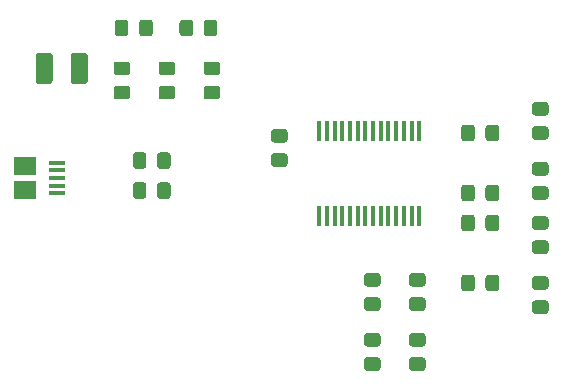
<source format=gbr>
G04 #@! TF.GenerationSoftware,KiCad,Pcbnew,(5.1.6)-1*
G04 #@! TF.CreationDate,2020-08-10T17:12:12+03:00*
G04 #@! TF.ProjectId,g850_kiss,67383530-5f6b-4697-9373-2e6b69636164,rev?*
G04 #@! TF.SameCoordinates,Original*
G04 #@! TF.FileFunction,Paste,Top*
G04 #@! TF.FilePolarity,Positive*
%FSLAX46Y46*%
G04 Gerber Fmt 4.6, Leading zero omitted, Abs format (unit mm)*
G04 Created by KiCad (PCBNEW (5.1.6)-1) date 2020-08-10 17:12:12*
%MOMM*%
%LPD*%
G01*
G04 APERTURE LIST*
%ADD10R,0.450000X1.750000*%
%ADD11R,1.900000X1.500000*%
%ADD12R,1.350000X0.400000*%
G04 APERTURE END LIST*
D10*
X140750000Y-80689000D03*
X140100000Y-80689000D03*
X139450000Y-80689000D03*
X138800000Y-80689000D03*
X138150000Y-80689000D03*
X137500000Y-80689000D03*
X136850000Y-80689000D03*
X136200000Y-80689000D03*
X135550000Y-80689000D03*
X134900000Y-80689000D03*
X134250000Y-80689000D03*
X133600000Y-80689000D03*
X132950000Y-80689000D03*
X132300000Y-80689000D03*
X132300000Y-73489000D03*
X132950000Y-73489000D03*
X133600000Y-73489000D03*
X134250000Y-73489000D03*
X134900000Y-73489000D03*
X135550000Y-73489000D03*
X136200000Y-73489000D03*
X136850000Y-73489000D03*
X137500000Y-73489000D03*
X138150000Y-73489000D03*
X138800000Y-73489000D03*
X139450000Y-73489000D03*
X140100000Y-73489000D03*
X140750000Y-73489000D03*
G36*
G01*
X151453001Y-72185000D02*
X150552999Y-72185000D01*
G75*
G02*
X150303000Y-71935001I0J249999D01*
G01*
X150303000Y-71284999D01*
G75*
G02*
X150552999Y-71035000I249999J0D01*
G01*
X151453001Y-71035000D01*
G75*
G02*
X151703000Y-71284999I0J-249999D01*
G01*
X151703000Y-71935001D01*
G75*
G02*
X151453001Y-72185000I-249999J0D01*
G01*
G37*
G36*
G01*
X151453001Y-74235000D02*
X150552999Y-74235000D01*
G75*
G02*
X150303000Y-73985001I0J249999D01*
G01*
X150303000Y-73334999D01*
G75*
G02*
X150552999Y-73085000I249999J0D01*
G01*
X151453001Y-73085000D01*
G75*
G02*
X151703000Y-73334999I0J-249999D01*
G01*
X151703000Y-73985001D01*
G75*
G02*
X151453001Y-74235000I-249999J0D01*
G01*
G37*
G36*
G01*
X150552999Y-87835000D02*
X151453001Y-87835000D01*
G75*
G02*
X151703000Y-88084999I0J-249999D01*
G01*
X151703000Y-88735001D01*
G75*
G02*
X151453001Y-88985000I-249999J0D01*
G01*
X150552999Y-88985000D01*
G75*
G02*
X150303000Y-88735001I0J249999D01*
G01*
X150303000Y-88084999D01*
G75*
G02*
X150552999Y-87835000I249999J0D01*
G01*
G37*
G36*
G01*
X150552999Y-85785000D02*
X151453001Y-85785000D01*
G75*
G02*
X151703000Y-86034999I0J-249999D01*
G01*
X151703000Y-86685001D01*
G75*
G02*
X151453001Y-86935000I-249999J0D01*
G01*
X150552999Y-86935000D01*
G75*
G02*
X150303000Y-86685001I0J249999D01*
G01*
X150303000Y-86034999D01*
G75*
G02*
X150552999Y-85785000I249999J0D01*
G01*
G37*
G36*
G01*
X150552999Y-82755000D02*
X151453001Y-82755000D01*
G75*
G02*
X151703000Y-83004999I0J-249999D01*
G01*
X151703000Y-83655001D01*
G75*
G02*
X151453001Y-83905000I-249999J0D01*
G01*
X150552999Y-83905000D01*
G75*
G02*
X150303000Y-83655001I0J249999D01*
G01*
X150303000Y-83004999D01*
G75*
G02*
X150552999Y-82755000I249999J0D01*
G01*
G37*
G36*
G01*
X150552999Y-80705000D02*
X151453001Y-80705000D01*
G75*
G02*
X151703000Y-80954999I0J-249999D01*
G01*
X151703000Y-81605001D01*
G75*
G02*
X151453001Y-81855000I-249999J0D01*
G01*
X150552999Y-81855000D01*
G75*
G02*
X150303000Y-81605001I0J249999D01*
G01*
X150303000Y-80954999D01*
G75*
G02*
X150552999Y-80705000I249999J0D01*
G01*
G37*
G36*
G01*
X151453001Y-77265000D02*
X150552999Y-77265000D01*
G75*
G02*
X150303000Y-77015001I0J249999D01*
G01*
X150303000Y-76364999D01*
G75*
G02*
X150552999Y-76115000I249999J0D01*
G01*
X151453001Y-76115000D01*
G75*
G02*
X151703000Y-76364999I0J-249999D01*
G01*
X151703000Y-77015001D01*
G75*
G02*
X151453001Y-77265000I-249999J0D01*
G01*
G37*
G36*
G01*
X151453001Y-79315000D02*
X150552999Y-79315000D01*
G75*
G02*
X150303000Y-79065001I0J249999D01*
G01*
X150303000Y-78414999D01*
G75*
G02*
X150552999Y-78165000I249999J0D01*
G01*
X151453001Y-78165000D01*
G75*
G02*
X151703000Y-78414999I0J-249999D01*
G01*
X151703000Y-79065001D01*
G75*
G02*
X151453001Y-79315000I-249999J0D01*
G01*
G37*
G36*
G01*
X145464000Y-73209999D02*
X145464000Y-74110001D01*
G75*
G02*
X145214001Y-74360000I-249999J0D01*
G01*
X144563999Y-74360000D01*
G75*
G02*
X144314000Y-74110001I0J249999D01*
G01*
X144314000Y-73209999D01*
G75*
G02*
X144563999Y-72960000I249999J0D01*
G01*
X145214001Y-72960000D01*
G75*
G02*
X145464000Y-73209999I0J-249999D01*
G01*
G37*
G36*
G01*
X147514000Y-73209999D02*
X147514000Y-74110001D01*
G75*
G02*
X147264001Y-74360000I-249999J0D01*
G01*
X146613999Y-74360000D01*
G75*
G02*
X146364000Y-74110001I0J249999D01*
G01*
X146364000Y-73209999D01*
G75*
G02*
X146613999Y-72960000I249999J0D01*
G01*
X147264001Y-72960000D01*
G75*
G02*
X147514000Y-73209999I0J-249999D01*
G01*
G37*
G36*
G01*
X145464000Y-85909999D02*
X145464000Y-86810001D01*
G75*
G02*
X145214001Y-87060000I-249999J0D01*
G01*
X144563999Y-87060000D01*
G75*
G02*
X144314000Y-86810001I0J249999D01*
G01*
X144314000Y-85909999D01*
G75*
G02*
X144563999Y-85660000I249999J0D01*
G01*
X145214001Y-85660000D01*
G75*
G02*
X145464000Y-85909999I0J-249999D01*
G01*
G37*
G36*
G01*
X147514000Y-85909999D02*
X147514000Y-86810001D01*
G75*
G02*
X147264001Y-87060000I-249999J0D01*
G01*
X146613999Y-87060000D01*
G75*
G02*
X146364000Y-86810001I0J249999D01*
G01*
X146364000Y-85909999D01*
G75*
G02*
X146613999Y-85660000I249999J0D01*
G01*
X147264001Y-85660000D01*
G75*
G02*
X147514000Y-85909999I0J-249999D01*
G01*
G37*
G36*
G01*
X145464000Y-80829999D02*
X145464000Y-81730001D01*
G75*
G02*
X145214001Y-81980000I-249999J0D01*
G01*
X144563999Y-81980000D01*
G75*
G02*
X144314000Y-81730001I0J249999D01*
G01*
X144314000Y-80829999D01*
G75*
G02*
X144563999Y-80580000I249999J0D01*
G01*
X145214001Y-80580000D01*
G75*
G02*
X145464000Y-80829999I0J-249999D01*
G01*
G37*
G36*
G01*
X147514000Y-80829999D02*
X147514000Y-81730001D01*
G75*
G02*
X147264001Y-81980000I-249999J0D01*
G01*
X146613999Y-81980000D01*
G75*
G02*
X146364000Y-81730001I0J249999D01*
G01*
X146364000Y-80829999D01*
G75*
G02*
X146613999Y-80580000I249999J0D01*
G01*
X147264001Y-80580000D01*
G75*
G02*
X147514000Y-80829999I0J-249999D01*
G01*
G37*
G36*
G01*
X145464000Y-78289999D02*
X145464000Y-79190001D01*
G75*
G02*
X145214001Y-79440000I-249999J0D01*
G01*
X144563999Y-79440000D01*
G75*
G02*
X144314000Y-79190001I0J249999D01*
G01*
X144314000Y-78289999D01*
G75*
G02*
X144563999Y-78040000I249999J0D01*
G01*
X145214001Y-78040000D01*
G75*
G02*
X145464000Y-78289999I0J-249999D01*
G01*
G37*
G36*
G01*
X147514000Y-78289999D02*
X147514000Y-79190001D01*
G75*
G02*
X147264001Y-79440000I-249999J0D01*
G01*
X146613999Y-79440000D01*
G75*
G02*
X146364000Y-79190001I0J249999D01*
G01*
X146364000Y-78289999D01*
G75*
G02*
X146613999Y-78040000I249999J0D01*
G01*
X147264001Y-78040000D01*
G75*
G02*
X147514000Y-78289999I0J-249999D01*
G01*
G37*
G36*
G01*
X137229001Y-86672000D02*
X136328999Y-86672000D01*
G75*
G02*
X136079000Y-86422001I0J249999D01*
G01*
X136079000Y-85771999D01*
G75*
G02*
X136328999Y-85522000I249999J0D01*
G01*
X137229001Y-85522000D01*
G75*
G02*
X137479000Y-85771999I0J-249999D01*
G01*
X137479000Y-86422001D01*
G75*
G02*
X137229001Y-86672000I-249999J0D01*
G01*
G37*
G36*
G01*
X137229001Y-88722000D02*
X136328999Y-88722000D01*
G75*
G02*
X136079000Y-88472001I0J249999D01*
G01*
X136079000Y-87821999D01*
G75*
G02*
X136328999Y-87572000I249999J0D01*
G01*
X137229001Y-87572000D01*
G75*
G02*
X137479000Y-87821999I0J-249999D01*
G01*
X137479000Y-88472001D01*
G75*
G02*
X137229001Y-88722000I-249999J0D01*
G01*
G37*
G36*
G01*
X141039001Y-86672000D02*
X140138999Y-86672000D01*
G75*
G02*
X139889000Y-86422001I0J249999D01*
G01*
X139889000Y-85771999D01*
G75*
G02*
X140138999Y-85522000I249999J0D01*
G01*
X141039001Y-85522000D01*
G75*
G02*
X141289000Y-85771999I0J-249999D01*
G01*
X141289000Y-86422001D01*
G75*
G02*
X141039001Y-86672000I-249999J0D01*
G01*
G37*
G36*
G01*
X141039001Y-88722000D02*
X140138999Y-88722000D01*
G75*
G02*
X139889000Y-88472001I0J249999D01*
G01*
X139889000Y-87821999D01*
G75*
G02*
X140138999Y-87572000I249999J0D01*
G01*
X141039001Y-87572000D01*
G75*
G02*
X141289000Y-87821999I0J-249999D01*
G01*
X141289000Y-88472001D01*
G75*
G02*
X141039001Y-88722000I-249999J0D01*
G01*
G37*
G36*
G01*
X122506000Y-65220001D02*
X122506000Y-64319999D01*
G75*
G02*
X122755999Y-64070000I249999J0D01*
G01*
X123406001Y-64070000D01*
G75*
G02*
X123656000Y-64319999I0J-249999D01*
G01*
X123656000Y-65220001D01*
G75*
G02*
X123406001Y-65470000I-249999J0D01*
G01*
X122755999Y-65470000D01*
G75*
G02*
X122506000Y-65220001I0J249999D01*
G01*
G37*
G36*
G01*
X120456000Y-65220001D02*
X120456000Y-64319999D01*
G75*
G02*
X120705999Y-64070000I249999J0D01*
G01*
X121356001Y-64070000D01*
G75*
G02*
X121606000Y-64319999I0J-249999D01*
G01*
X121606000Y-65220001D01*
G75*
G02*
X121356001Y-65470000I-249999J0D01*
G01*
X120705999Y-65470000D01*
G75*
G02*
X120456000Y-65220001I0J249999D01*
G01*
G37*
G36*
G01*
X117660000Y-75549339D02*
X117660000Y-76449341D01*
G75*
G02*
X117410001Y-76699340I-249999J0D01*
G01*
X116759999Y-76699340D01*
G75*
G02*
X116510000Y-76449341I0J249999D01*
G01*
X116510000Y-75549339D01*
G75*
G02*
X116759999Y-75299340I249999J0D01*
G01*
X117410001Y-75299340D01*
G75*
G02*
X117660000Y-75549339I0J-249999D01*
G01*
G37*
G36*
G01*
X119710000Y-75549339D02*
X119710000Y-76449341D01*
G75*
G02*
X119460001Y-76699340I-249999J0D01*
G01*
X118809999Y-76699340D01*
G75*
G02*
X118560000Y-76449341I0J249999D01*
G01*
X118560000Y-75549339D01*
G75*
G02*
X118809999Y-75299340I249999J0D01*
G01*
X119460001Y-75299340D01*
G75*
G02*
X119710000Y-75549339I0J-249999D01*
G01*
G37*
G36*
G01*
X117660000Y-78089339D02*
X117660000Y-78989341D01*
G75*
G02*
X117410001Y-79239340I-249999J0D01*
G01*
X116759999Y-79239340D01*
G75*
G02*
X116510000Y-78989341I0J249999D01*
G01*
X116510000Y-78089339D01*
G75*
G02*
X116759999Y-77839340I249999J0D01*
G01*
X117410001Y-77839340D01*
G75*
G02*
X117660000Y-78089339I0J-249999D01*
G01*
G37*
G36*
G01*
X119710000Y-78089339D02*
X119710000Y-78989341D01*
G75*
G02*
X119460001Y-79239340I-249999J0D01*
G01*
X118809999Y-79239340D01*
G75*
G02*
X118560000Y-78989341I0J249999D01*
G01*
X118560000Y-78089339D01*
G75*
G02*
X118809999Y-77839340I249999J0D01*
G01*
X119460001Y-77839340D01*
G75*
G02*
X119710000Y-78089339I0J-249999D01*
G01*
G37*
D11*
X107347500Y-78470000D03*
D12*
X110047500Y-76820000D03*
X110047500Y-76170000D03*
X110047500Y-78770000D03*
X110047500Y-78120000D03*
X110047500Y-77470000D03*
D11*
X107347500Y-76470000D03*
G36*
G01*
X109715000Y-67124000D02*
X109715000Y-69274000D01*
G75*
G02*
X109465000Y-69524000I-250000J0D01*
G01*
X108540000Y-69524000D01*
G75*
G02*
X108290000Y-69274000I0J250000D01*
G01*
X108290000Y-67124000D01*
G75*
G02*
X108540000Y-66874000I250000J0D01*
G01*
X109465000Y-66874000D01*
G75*
G02*
X109715000Y-67124000I0J-250000D01*
G01*
G37*
G36*
G01*
X112690000Y-67124000D02*
X112690000Y-69274000D01*
G75*
G02*
X112440000Y-69524000I-250000J0D01*
G01*
X111515000Y-69524000D01*
G75*
G02*
X111265000Y-69274000I0J250000D01*
G01*
X111265000Y-67124000D01*
G75*
G02*
X111515000Y-66874000I250000J0D01*
G01*
X112440000Y-66874000D01*
G75*
G02*
X112690000Y-67124000I0J-250000D01*
G01*
G37*
G36*
G01*
X136328999Y-92652000D02*
X137229001Y-92652000D01*
G75*
G02*
X137479000Y-92901999I0J-249999D01*
G01*
X137479000Y-93552001D01*
G75*
G02*
X137229001Y-93802000I-249999J0D01*
G01*
X136328999Y-93802000D01*
G75*
G02*
X136079000Y-93552001I0J249999D01*
G01*
X136079000Y-92901999D01*
G75*
G02*
X136328999Y-92652000I249999J0D01*
G01*
G37*
G36*
G01*
X136328999Y-90602000D02*
X137229001Y-90602000D01*
G75*
G02*
X137479000Y-90851999I0J-249999D01*
G01*
X137479000Y-91502001D01*
G75*
G02*
X137229001Y-91752000I-249999J0D01*
G01*
X136328999Y-91752000D01*
G75*
G02*
X136079000Y-91502001I0J249999D01*
G01*
X136079000Y-90851999D01*
G75*
G02*
X136328999Y-90602000I249999J0D01*
G01*
G37*
G36*
G01*
X140138999Y-92652000D02*
X141039001Y-92652000D01*
G75*
G02*
X141289000Y-92901999I0J-249999D01*
G01*
X141289000Y-93552001D01*
G75*
G02*
X141039001Y-93802000I-249999J0D01*
G01*
X140138999Y-93802000D01*
G75*
G02*
X139889000Y-93552001I0J249999D01*
G01*
X139889000Y-92901999D01*
G75*
G02*
X140138999Y-92652000I249999J0D01*
G01*
G37*
G36*
G01*
X140138999Y-90602000D02*
X141039001Y-90602000D01*
G75*
G02*
X141289000Y-90851999I0J-249999D01*
G01*
X141289000Y-91502001D01*
G75*
G02*
X141039001Y-91752000I-249999J0D01*
G01*
X140138999Y-91752000D01*
G75*
G02*
X139889000Y-91502001I0J249999D01*
G01*
X139889000Y-90851999D01*
G75*
G02*
X140138999Y-90602000I249999J0D01*
G01*
G37*
G36*
G01*
X116136000Y-64319999D02*
X116136000Y-65220001D01*
G75*
G02*
X115886001Y-65470000I-249999J0D01*
G01*
X115235999Y-65470000D01*
G75*
G02*
X114986000Y-65220001I0J249999D01*
G01*
X114986000Y-64319999D01*
G75*
G02*
X115235999Y-64070000I249999J0D01*
G01*
X115886001Y-64070000D01*
G75*
G02*
X116136000Y-64319999I0J-249999D01*
G01*
G37*
G36*
G01*
X118186000Y-64319999D02*
X118186000Y-65220001D01*
G75*
G02*
X117936001Y-65470000I-249999J0D01*
G01*
X117285999Y-65470000D01*
G75*
G02*
X117036000Y-65220001I0J249999D01*
G01*
X117036000Y-64319999D01*
G75*
G02*
X117285999Y-64070000I249999J0D01*
G01*
X117936001Y-64070000D01*
G75*
G02*
X118186000Y-64319999I0J-249999D01*
G01*
G37*
G36*
G01*
X122739999Y-69665000D02*
X123640001Y-69665000D01*
G75*
G02*
X123890000Y-69914999I0J-249999D01*
G01*
X123890000Y-70565001D01*
G75*
G02*
X123640001Y-70815000I-249999J0D01*
G01*
X122739999Y-70815000D01*
G75*
G02*
X122490000Y-70565001I0J249999D01*
G01*
X122490000Y-69914999D01*
G75*
G02*
X122739999Y-69665000I249999J0D01*
G01*
G37*
G36*
G01*
X122739999Y-67615000D02*
X123640001Y-67615000D01*
G75*
G02*
X123890000Y-67864999I0J-249999D01*
G01*
X123890000Y-68515001D01*
G75*
G02*
X123640001Y-68765000I-249999J0D01*
G01*
X122739999Y-68765000D01*
G75*
G02*
X122490000Y-68515001I0J249999D01*
G01*
X122490000Y-67864999D01*
G75*
G02*
X122739999Y-67615000I249999J0D01*
G01*
G37*
G36*
G01*
X118929999Y-69665000D02*
X119830001Y-69665000D01*
G75*
G02*
X120080000Y-69914999I0J-249999D01*
G01*
X120080000Y-70565001D01*
G75*
G02*
X119830001Y-70815000I-249999J0D01*
G01*
X118929999Y-70815000D01*
G75*
G02*
X118680000Y-70565001I0J249999D01*
G01*
X118680000Y-69914999D01*
G75*
G02*
X118929999Y-69665000I249999J0D01*
G01*
G37*
G36*
G01*
X118929999Y-67615000D02*
X119830001Y-67615000D01*
G75*
G02*
X120080000Y-67864999I0J-249999D01*
G01*
X120080000Y-68515001D01*
G75*
G02*
X119830001Y-68765000I-249999J0D01*
G01*
X118929999Y-68765000D01*
G75*
G02*
X118680000Y-68515001I0J249999D01*
G01*
X118680000Y-67864999D01*
G75*
G02*
X118929999Y-67615000I249999J0D01*
G01*
G37*
G36*
G01*
X129355001Y-74480000D02*
X128454999Y-74480000D01*
G75*
G02*
X128205000Y-74230001I0J249999D01*
G01*
X128205000Y-73579999D01*
G75*
G02*
X128454999Y-73330000I249999J0D01*
G01*
X129355001Y-73330000D01*
G75*
G02*
X129605000Y-73579999I0J-249999D01*
G01*
X129605000Y-74230001D01*
G75*
G02*
X129355001Y-74480000I-249999J0D01*
G01*
G37*
G36*
G01*
X129355001Y-76530000D02*
X128454999Y-76530000D01*
G75*
G02*
X128205000Y-76280001I0J249999D01*
G01*
X128205000Y-75629999D01*
G75*
G02*
X128454999Y-75380000I249999J0D01*
G01*
X129355001Y-75380000D01*
G75*
G02*
X129605000Y-75629999I0J-249999D01*
G01*
X129605000Y-76280001D01*
G75*
G02*
X129355001Y-76530000I-249999J0D01*
G01*
G37*
G36*
G01*
X115119999Y-69665000D02*
X116020001Y-69665000D01*
G75*
G02*
X116270000Y-69914999I0J-249999D01*
G01*
X116270000Y-70565001D01*
G75*
G02*
X116020001Y-70815000I-249999J0D01*
G01*
X115119999Y-70815000D01*
G75*
G02*
X114870000Y-70565001I0J249999D01*
G01*
X114870000Y-69914999D01*
G75*
G02*
X115119999Y-69665000I249999J0D01*
G01*
G37*
G36*
G01*
X115119999Y-67615000D02*
X116020001Y-67615000D01*
G75*
G02*
X116270000Y-67864999I0J-249999D01*
G01*
X116270000Y-68515001D01*
G75*
G02*
X116020001Y-68765000I-249999J0D01*
G01*
X115119999Y-68765000D01*
G75*
G02*
X114870000Y-68515001I0J249999D01*
G01*
X114870000Y-67864999D01*
G75*
G02*
X115119999Y-67615000I249999J0D01*
G01*
G37*
M02*

</source>
